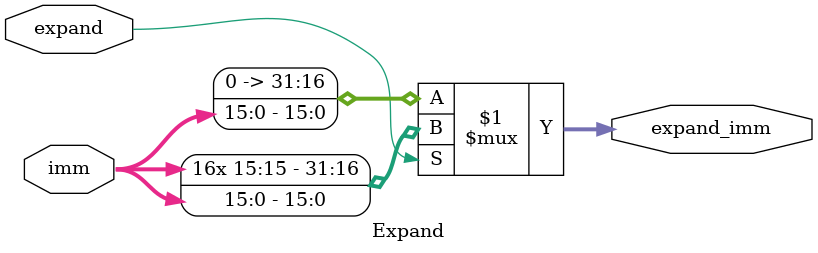
<source format=v>
`timescale 1ns / 1ps
module Expand(
    input           [15:0]                              imm ,
    input                                               expand  ,
    output          [31:0]                              expand_imm
    );

    assign expand_imm = expand ? {{16{imm[15]}}, imm} : {16'h0, imm};

endmodule

</source>
